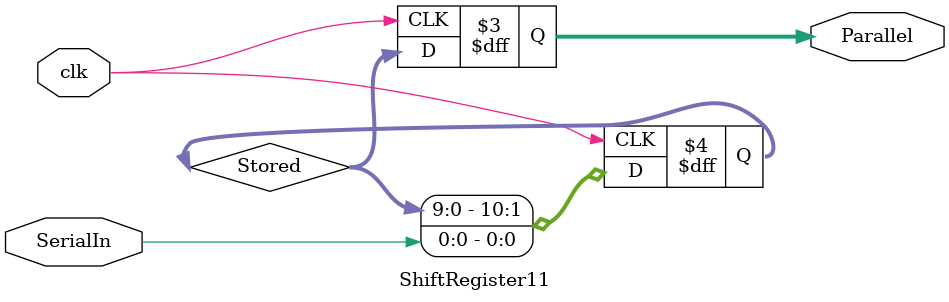
<source format=sv>
module ShiftRegister11(
  input logic [0:0] SerialIn, clk,
  output logic [10:0] Parallel
);

reg [10:0] Stored;

initial begin
  Stored = 11'b00000000000;
  end

always_ff @(posedge clk)
  begin
    Stored <= {Stored[9:0], SerialIn};
    Parallel <= Stored;
  end

endmodule

</source>
